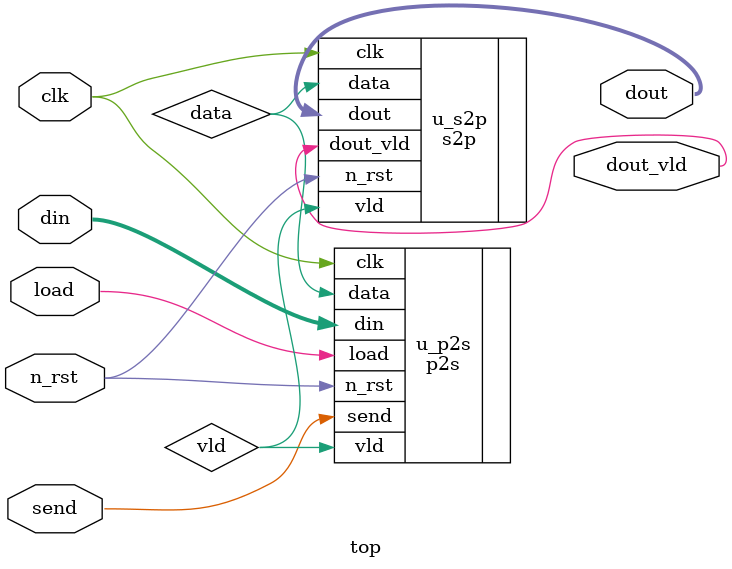
<source format=v>

module top(
    clk,
    n_rst,
    din,
    load,
    send,
    dout,
    dout_vld
);

input           clk;
input           n_rst;

input   [3:0]   din;
input           load;
input           send;

output  [3:0]   dout;
output          dout_vld;


wire             data;
wire             vld;


p2s u_p2s(
    .clk(clk),
    .n_rst(n_rst),
    .din(din),
    .load(load),
    .send(send),
    .data(data),
    .vld(vld)
);


s2p u_s2p(
    .clk(clk),
    .n_rst(n_rst),
    .data(data),
    .vld(vld),
    .dout(dout),
    .dout_vld(dout_vld)
);



endmodule
</source>
